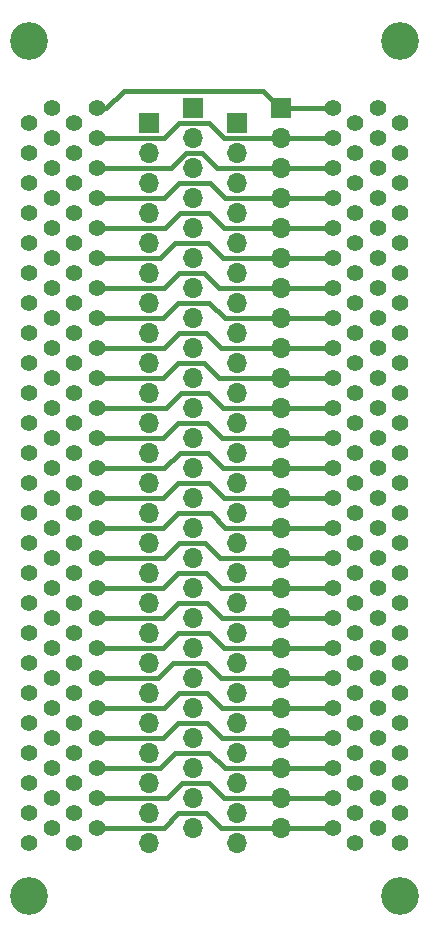
<source format=gbr>
G04 #@! TF.FileFunction,Copper,L3,Inr,Signal*
%FSLAX46Y46*%
G04 Gerber Fmt 4.6, Leading zero omitted, Abs format (unit mm)*
G04 Created by KiCad (PCBNEW 4.0.7-e2-6376~61~ubuntu18.04.1) date Tue Sep  1 21:44:29 2020*
%MOMM*%
%LPD*%
G01*
G04 APERTURE LIST*
%ADD10C,0.100000*%
%ADD11C,1.400000*%
%ADD12C,3.200000*%
%ADD13R,1.700000X1.700000*%
%ADD14O,1.700000X1.700000*%
%ADD15C,0.400000*%
G04 APERTURE END LIST*
D10*
D11*
X190760000Y-128485000D03*
X190760000Y-125945000D03*
X190760000Y-123405000D03*
X190760000Y-120865000D03*
X190760000Y-118325000D03*
X190760000Y-115785000D03*
X190760000Y-113245000D03*
X190760000Y-110705000D03*
X190760000Y-108165000D03*
X190760000Y-105625000D03*
X190760000Y-103085000D03*
X190760000Y-100545000D03*
X190760000Y-98005000D03*
X190760000Y-95465000D03*
X190760000Y-92925000D03*
X190760000Y-90385000D03*
X190760000Y-87845000D03*
X190760000Y-85305000D03*
X190760000Y-82765000D03*
X190760000Y-80225000D03*
X190760000Y-77685000D03*
X190760000Y-75145000D03*
X190760000Y-72605000D03*
X190760000Y-70065000D03*
X190760000Y-67525000D03*
X188855000Y-129755000D03*
X188855000Y-127215000D03*
X188855000Y-124675000D03*
X188855000Y-122135000D03*
X188855000Y-119595000D03*
X188855000Y-117055000D03*
X188855000Y-114515000D03*
X188855000Y-111975000D03*
X188855000Y-109435000D03*
X188855000Y-106895000D03*
X188855000Y-104355000D03*
X188855000Y-101815000D03*
X188855000Y-99275000D03*
X188855000Y-96735000D03*
X188855000Y-94195000D03*
X188855000Y-91655000D03*
X188855000Y-89115000D03*
X188855000Y-86575000D03*
X188855000Y-84035000D03*
X188855000Y-81495000D03*
X188855000Y-78955000D03*
X188855000Y-76415000D03*
X188855000Y-73875000D03*
X188855000Y-71335000D03*
X188855000Y-68795000D03*
X186950000Y-128485000D03*
X186950000Y-125945000D03*
X186950000Y-123405000D03*
X186950000Y-120865000D03*
X186950000Y-118325000D03*
X186950000Y-115785000D03*
X186950000Y-113245000D03*
X186950000Y-110705000D03*
X186950000Y-108165000D03*
X186950000Y-105625000D03*
X186950000Y-103085000D03*
X186950000Y-100545000D03*
X186950000Y-98005000D03*
X186950000Y-95465000D03*
X186950000Y-92925000D03*
X186950000Y-90385000D03*
X186950000Y-87845000D03*
X186950000Y-85305000D03*
X186950000Y-82765000D03*
X186950000Y-80225000D03*
X186950000Y-77685000D03*
X186950000Y-75145000D03*
X186950000Y-72605000D03*
X186950000Y-70065000D03*
X186950000Y-67525000D03*
X192665000Y-129755000D03*
X192665000Y-127215000D03*
X192665000Y-124675000D03*
X192665000Y-122135000D03*
X192665000Y-119595000D03*
X192665000Y-117055000D03*
X192665000Y-114515000D03*
X192665000Y-111975000D03*
X192665000Y-109435000D03*
X192665000Y-106895000D03*
X192665000Y-104355000D03*
X192665000Y-101815000D03*
X192665000Y-99275000D03*
X192665000Y-96735000D03*
X192665000Y-94195000D03*
X192665000Y-91655000D03*
X192665000Y-89115000D03*
X192665000Y-86575000D03*
X192665000Y-84035000D03*
X192665000Y-81495000D03*
X192665000Y-78955000D03*
X192665000Y-76415000D03*
X192665000Y-73875000D03*
X192665000Y-71335000D03*
X192665000Y-68795000D03*
D12*
X192665000Y-61810000D03*
X192665000Y-134200000D03*
D11*
X163140000Y-128485000D03*
X163140000Y-125945000D03*
X163140000Y-123405000D03*
X163140000Y-120865000D03*
X163140000Y-118325000D03*
X163140000Y-115785000D03*
X163140000Y-113245000D03*
X163140000Y-110705000D03*
X163140000Y-108165000D03*
X163140000Y-105625000D03*
X163140000Y-103085000D03*
X163140000Y-100545000D03*
X163140000Y-98005000D03*
X163140000Y-95465000D03*
X163140000Y-92925000D03*
X163140000Y-90385000D03*
X163140000Y-87845000D03*
X163140000Y-85305000D03*
X163140000Y-82765000D03*
X163140000Y-80225000D03*
X163140000Y-77685000D03*
X163140000Y-75145000D03*
X163140000Y-72605000D03*
X163140000Y-70065000D03*
X163140000Y-67525000D03*
X165045000Y-129755000D03*
X165045000Y-127215000D03*
X165045000Y-124675000D03*
X165045000Y-122135000D03*
X165045000Y-119595000D03*
X165045000Y-117055000D03*
X165045000Y-114515000D03*
X165045000Y-111975000D03*
X165045000Y-109435000D03*
X165045000Y-106895000D03*
X165045000Y-104355000D03*
X165045000Y-101815000D03*
X165045000Y-99275000D03*
X165045000Y-96735000D03*
X165045000Y-94195000D03*
X165045000Y-91655000D03*
X165045000Y-89115000D03*
X165045000Y-86575000D03*
X165045000Y-84035000D03*
X165045000Y-81495000D03*
X165045000Y-78955000D03*
X165045000Y-76415000D03*
X165045000Y-73875000D03*
X165045000Y-71335000D03*
X165045000Y-68795000D03*
X166950000Y-128485000D03*
X166950000Y-125945000D03*
X166950000Y-123405000D03*
X166950000Y-120865000D03*
X166950000Y-118325000D03*
X166950000Y-115785000D03*
X166950000Y-113245000D03*
X166950000Y-110705000D03*
X166950000Y-108165000D03*
X166950000Y-105625000D03*
X166950000Y-103085000D03*
X166950000Y-100545000D03*
X166950000Y-98005000D03*
X166950000Y-95465000D03*
X166950000Y-92925000D03*
X166950000Y-90385000D03*
X166950000Y-87845000D03*
X166950000Y-85305000D03*
X166950000Y-82765000D03*
X166950000Y-80225000D03*
X166950000Y-77685000D03*
X166950000Y-75145000D03*
X166950000Y-72605000D03*
X166950000Y-70065000D03*
X166950000Y-67525000D03*
X161235000Y-129755000D03*
X161235000Y-127215000D03*
X161235000Y-124675000D03*
X161235000Y-122135000D03*
X161235000Y-119595000D03*
X161235000Y-117055000D03*
X161235000Y-114515000D03*
X161235000Y-111975000D03*
X161235000Y-109435000D03*
X161235000Y-106895000D03*
X161235000Y-104355000D03*
X161235000Y-101815000D03*
X161235000Y-99275000D03*
X161235000Y-96735000D03*
X161235000Y-94195000D03*
X161235000Y-91655000D03*
X161235000Y-89115000D03*
X161235000Y-86575000D03*
X161235000Y-84035000D03*
X161235000Y-81495000D03*
X161235000Y-78955000D03*
X161235000Y-76415000D03*
X161235000Y-73875000D03*
X161235000Y-71335000D03*
X161235000Y-68795000D03*
D12*
X161235000Y-61810000D03*
X161235000Y-134200000D03*
D13*
X175075000Y-67525000D03*
D14*
X175075000Y-70065000D03*
X175075000Y-72605000D03*
X175075000Y-75145000D03*
X175075000Y-77685000D03*
X175075000Y-80225000D03*
X175075000Y-82765000D03*
X175075000Y-85305000D03*
X175075000Y-87845000D03*
X175075000Y-90385000D03*
X175075000Y-92925000D03*
X175075000Y-95465000D03*
X175075000Y-98005000D03*
X175075000Y-100545000D03*
X175075000Y-103085000D03*
X175075000Y-105625000D03*
X175075000Y-108165000D03*
X175075000Y-110705000D03*
X175075000Y-113245000D03*
X175075000Y-115785000D03*
X175075000Y-118325000D03*
X175075000Y-120865000D03*
X175075000Y-123405000D03*
X175075000Y-125945000D03*
X175075000Y-128485000D03*
D13*
X182525000Y-67525000D03*
D14*
X182525000Y-70065000D03*
X182525000Y-72605000D03*
X182525000Y-75145000D03*
X182525000Y-77685000D03*
X182525000Y-80225000D03*
X182525000Y-82765000D03*
X182525000Y-85305000D03*
X182525000Y-87845000D03*
X182525000Y-90385000D03*
X182525000Y-92925000D03*
X182525000Y-95465000D03*
X182525000Y-98005000D03*
X182525000Y-100545000D03*
X182525000Y-103085000D03*
X182525000Y-105625000D03*
X182525000Y-108165000D03*
X182525000Y-110705000D03*
X182525000Y-113245000D03*
X182525000Y-115785000D03*
X182525000Y-118325000D03*
X182525000Y-120865000D03*
X182525000Y-123405000D03*
X182525000Y-125945000D03*
X182525000Y-128485000D03*
D13*
X171350000Y-68800000D03*
D14*
X171350000Y-71340000D03*
X171350000Y-73880000D03*
X171350000Y-76420000D03*
X171350000Y-78960000D03*
X171350000Y-81500000D03*
X171350000Y-84040000D03*
X171350000Y-86580000D03*
X171350000Y-89120000D03*
X171350000Y-91660000D03*
X171350000Y-94200000D03*
X171350000Y-96740000D03*
X171350000Y-99280000D03*
X171350000Y-101820000D03*
X171350000Y-104360000D03*
X171350000Y-106900000D03*
X171350000Y-109440000D03*
X171350000Y-111980000D03*
X171350000Y-114520000D03*
X171350000Y-117060000D03*
X171350000Y-119600000D03*
X171350000Y-122140000D03*
X171350000Y-124680000D03*
X171350000Y-127220000D03*
X171350000Y-129760000D03*
D13*
X178800000Y-68800000D03*
D14*
X178800000Y-71340000D03*
X178800000Y-73880000D03*
X178800000Y-76420000D03*
X178800000Y-78960000D03*
X178800000Y-81500000D03*
X178800000Y-84040000D03*
X178800000Y-86580000D03*
X178800000Y-89120000D03*
X178800000Y-91660000D03*
X178800000Y-94200000D03*
X178800000Y-96740000D03*
X178800000Y-99280000D03*
X178800000Y-101820000D03*
X178800000Y-104360000D03*
X178800000Y-106900000D03*
X178800000Y-109440000D03*
X178800000Y-111980000D03*
X178800000Y-114520000D03*
X178800000Y-117060000D03*
X178800000Y-119600000D03*
X178800000Y-122140000D03*
X178800000Y-124680000D03*
X178800000Y-127220000D03*
X178800000Y-129760000D03*
D15*
X182525000Y-128485000D02*
X186950000Y-128485000D01*
X166950000Y-128485000D02*
X172615000Y-128485000D01*
X177460000Y-128485000D02*
X182525000Y-128485000D01*
X176200000Y-127225000D02*
X177460000Y-128485000D01*
X173875000Y-127225000D02*
X176200000Y-127225000D01*
X172615000Y-128485000D02*
X173875000Y-127225000D01*
X182525000Y-125945000D02*
X186950000Y-125945000D01*
X166950000Y-125945000D02*
X172880000Y-125945000D01*
X177720000Y-125945000D02*
X182525000Y-125945000D01*
X176450000Y-124675000D02*
X177720000Y-125945000D01*
X174150000Y-124675000D02*
X176450000Y-124675000D01*
X172880000Y-125945000D02*
X174150000Y-124675000D01*
X182525000Y-123405000D02*
X186950000Y-123405000D01*
X166950000Y-123405000D02*
X172345000Y-123405000D01*
X177780000Y-123405000D02*
X182525000Y-123405000D01*
X176500000Y-122125000D02*
X177780000Y-123405000D01*
X173625000Y-122125000D02*
X176500000Y-122125000D01*
X172345000Y-123405000D02*
X173625000Y-122125000D01*
X182525000Y-120865000D02*
X186950000Y-120865000D01*
X166950000Y-120865000D02*
X172610000Y-120865000D01*
X172610000Y-120865000D02*
X173875000Y-119600000D01*
X173875000Y-119600000D02*
X176275000Y-119600000D01*
X176275000Y-119600000D02*
X177540000Y-120865000D01*
X177540000Y-120865000D02*
X182525000Y-120865000D01*
X182525000Y-118325000D02*
X186950000Y-118325000D01*
X166950000Y-118325000D02*
X172650000Y-118325000D01*
X177575000Y-118325000D02*
X182525000Y-118325000D01*
X176300000Y-117050000D02*
X177575000Y-118325000D01*
X173925000Y-117050000D02*
X176300000Y-117050000D01*
X172650000Y-118325000D02*
X173925000Y-117050000D01*
X182525000Y-115785000D02*
X186950000Y-115785000D01*
X166950000Y-115785000D02*
X172165000Y-115785000D01*
X177485000Y-115785000D02*
X182525000Y-115785000D01*
X176225000Y-114525000D02*
X177485000Y-115785000D01*
X173425000Y-114525000D02*
X176225000Y-114525000D01*
X172165000Y-115785000D02*
X173425000Y-114525000D01*
X182525000Y-113245000D02*
X186950000Y-113245000D01*
X166950000Y-113245000D02*
X172605000Y-113245000D01*
X177695000Y-113245000D02*
X182525000Y-113245000D01*
X176425000Y-111975000D02*
X177695000Y-113245000D01*
X173875000Y-111975000D02*
X176425000Y-111975000D01*
X172605000Y-113245000D02*
X173875000Y-111975000D01*
X182525000Y-110705000D02*
X186950000Y-110705000D01*
X166950000Y-110705000D02*
X172595000Y-110705000D01*
X177580000Y-110705000D02*
X182525000Y-110705000D01*
X176300000Y-109425000D02*
X177580000Y-110705000D01*
X173875000Y-109425000D02*
X176300000Y-109425000D01*
X172595000Y-110705000D02*
X173875000Y-109425000D01*
X182525000Y-108165000D02*
X186950000Y-108165000D01*
X166950000Y-108165000D02*
X172585000Y-108165000D01*
X177465000Y-108165000D02*
X182525000Y-108165000D01*
X176200000Y-106900000D02*
X177465000Y-108165000D01*
X173850000Y-106900000D02*
X176200000Y-106900000D01*
X172585000Y-108165000D02*
X173850000Y-106900000D01*
X182525000Y-105625000D02*
X186950000Y-105625000D01*
X166950000Y-105625000D02*
X172650000Y-105625000D01*
X177375000Y-105625000D02*
X182525000Y-105625000D01*
X176100000Y-104350000D02*
X177375000Y-105625000D01*
X173925000Y-104350000D02*
X176100000Y-104350000D01*
X172650000Y-105625000D02*
X173925000Y-104350000D01*
X182525000Y-103085000D02*
X186950000Y-103085000D01*
X166950000Y-103085000D02*
X172590000Y-103085000D01*
X177860000Y-103085000D02*
X182525000Y-103085000D01*
X176600000Y-101825000D02*
X177860000Y-103085000D01*
X173850000Y-101825000D02*
X176600000Y-101825000D01*
X172590000Y-103085000D02*
X173850000Y-101825000D01*
X182525000Y-100545000D02*
X186950000Y-100545000D01*
X166950000Y-100545000D02*
X172530000Y-100545000D01*
X177720000Y-100545000D02*
X182525000Y-100545000D01*
X176450000Y-99275000D02*
X177720000Y-100545000D01*
X173800000Y-99275000D02*
X176450000Y-99275000D01*
X172530000Y-100545000D02*
X173800000Y-99275000D01*
X182525000Y-98005000D02*
X186950000Y-98005000D01*
X166950000Y-98005000D02*
X172695000Y-98005000D01*
X177680000Y-98005000D02*
X182525000Y-98005000D01*
X176400000Y-96725000D02*
X177680000Y-98005000D01*
X173975000Y-96725000D02*
X176400000Y-96725000D01*
X172695000Y-98005000D02*
X173975000Y-96725000D01*
X182525000Y-95465000D02*
X186950000Y-95465000D01*
X166950000Y-95465000D02*
X172560000Y-95465000D01*
X177540000Y-95465000D02*
X182525000Y-95465000D01*
X176275000Y-94200000D02*
X177540000Y-95465000D01*
X173825000Y-94200000D02*
X176275000Y-94200000D01*
X172560000Y-95465000D02*
X173825000Y-94200000D01*
X182525000Y-92925000D02*
X186950000Y-92925000D01*
X166950000Y-92925000D02*
X172825000Y-92925000D01*
X177675000Y-92925000D02*
X182525000Y-92925000D01*
X176400000Y-91650000D02*
X177675000Y-92925000D01*
X174100000Y-91650000D02*
X176400000Y-91650000D01*
X172825000Y-92925000D02*
X174100000Y-91650000D01*
X182525000Y-90385000D02*
X186950000Y-90385000D01*
X166950000Y-90385000D02*
X172540000Y-90385000D01*
X177310000Y-90385000D02*
X182525000Y-90385000D01*
X176050000Y-89125000D02*
X177310000Y-90385000D01*
X173800000Y-89125000D02*
X176050000Y-89125000D01*
X172540000Y-90385000D02*
X173800000Y-89125000D01*
X182525000Y-87845000D02*
X186950000Y-87845000D01*
X166950000Y-87845000D02*
X172630000Y-87845000D01*
X177495000Y-87845000D02*
X182525000Y-87845000D01*
X176225000Y-86575000D02*
X177495000Y-87845000D01*
X173900000Y-86575000D02*
X176225000Y-86575000D01*
X172630000Y-87845000D02*
X173900000Y-86575000D01*
X182525000Y-85305000D02*
X186950000Y-85305000D01*
X166950000Y-85305000D02*
X172570000Y-85305000D01*
X177780000Y-85305000D02*
X182525000Y-85305000D01*
X176500000Y-84025000D02*
X177780000Y-85305000D01*
X173850000Y-84025000D02*
X176500000Y-84025000D01*
X172570000Y-85305000D02*
X173850000Y-84025000D01*
X182525000Y-82765000D02*
X186950000Y-82765000D01*
X166950000Y-82765000D02*
X172685000Y-82765000D01*
X177340000Y-82765000D02*
X182525000Y-82765000D01*
X176075000Y-81500000D02*
X177340000Y-82765000D01*
X173950000Y-81500000D02*
X176075000Y-81500000D01*
X172685000Y-82765000D02*
X173950000Y-81500000D01*
X182525000Y-80225000D02*
X186950000Y-80225000D01*
X166950000Y-80225000D02*
X172325000Y-80225000D01*
X177675000Y-80225000D02*
X182525000Y-80225000D01*
X176400000Y-78950000D02*
X177675000Y-80225000D01*
X173600000Y-78950000D02*
X176400000Y-78950000D01*
X172325000Y-80225000D02*
X173600000Y-78950000D01*
X182525000Y-77685000D02*
X186950000Y-77685000D01*
X166950000Y-77685000D02*
X172765000Y-77685000D01*
X177760000Y-77685000D02*
X182525000Y-77685000D01*
X176500000Y-76425000D02*
X177760000Y-77685000D01*
X174025000Y-76425000D02*
X176500000Y-76425000D01*
X172765000Y-77685000D02*
X174025000Y-76425000D01*
X182525000Y-75145000D02*
X186950000Y-75145000D01*
X166950000Y-75145000D02*
X172655000Y-75145000D01*
X177820000Y-75145000D02*
X182525000Y-75145000D01*
X176550000Y-73875000D02*
X177820000Y-75145000D01*
X173925000Y-73875000D02*
X176550000Y-73875000D01*
X172655000Y-75145000D02*
X173925000Y-73875000D01*
X182525000Y-72605000D02*
X186950000Y-72605000D01*
X166950000Y-72605000D02*
X173245000Y-72605000D01*
X177130000Y-72605000D02*
X182525000Y-72605000D01*
X175850000Y-71325000D02*
X177130000Y-72605000D01*
X174525000Y-71325000D02*
X175850000Y-71325000D01*
X173245000Y-72605000D02*
X174525000Y-71325000D01*
X182525000Y-70065000D02*
X186950000Y-70065000D01*
X166950000Y-70065000D02*
X172635000Y-70065000D01*
X177715000Y-70065000D02*
X182525000Y-70065000D01*
X176450000Y-68800000D02*
X177715000Y-70065000D01*
X173900000Y-68800000D02*
X176450000Y-68800000D01*
X172635000Y-70065000D02*
X173900000Y-68800000D01*
X166950000Y-67525000D02*
X167775000Y-67525000D01*
X181075000Y-66050000D02*
X182525000Y-67500000D01*
X169250000Y-66050000D02*
X181075000Y-66050000D01*
X167775000Y-67525000D02*
X169250000Y-66050000D01*
X182525000Y-67500000D02*
X186925000Y-67500000D01*
X186925000Y-67500000D02*
X186950000Y-67525000D01*
M02*

</source>
